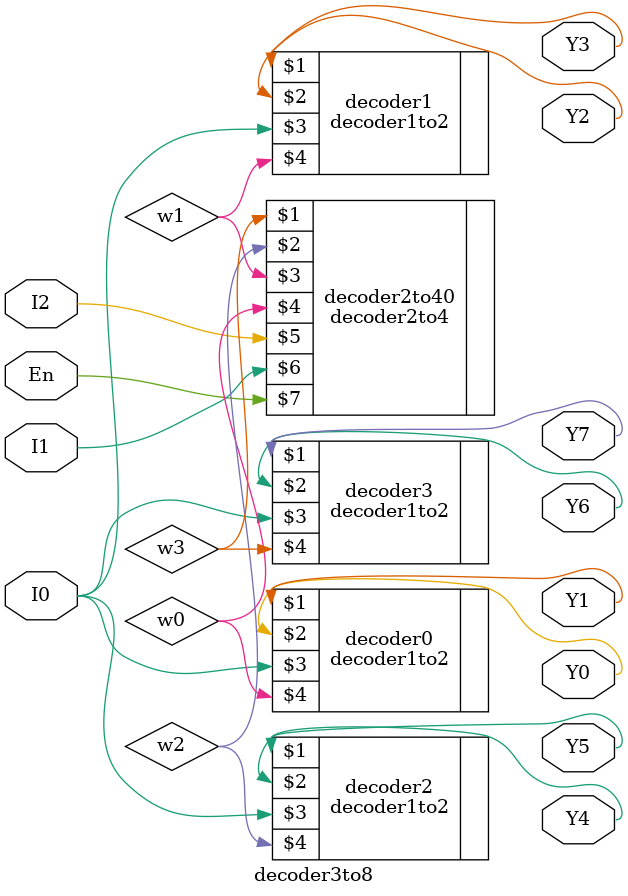
<source format=v>
module decoder3to8(Y7, Y6, Y5, Y4, Y3, Y2, Y1, Y0, I2, I1, I0, En);

output reg Y7, Y6, Y5, Y4, Y3, Y2, Y1, Y0;

input I2, I1, I0, En;

wire w3, w2, w1, w0;

	decoder2to4 decoder2to40(w3, w2, w1, w0, I2, I1, En);
	
	decoder1to2 decoder3(Y7, Y6, I0, w3);
	decoder1to2 decoder2(Y5, Y4, I0, w2);
	decoder1to2 decoder1(Y3, Y2, I0, w1);
	decoder1to2 decoder0(Y1, Y0, I0, w0);
	


endmodule
</source>
